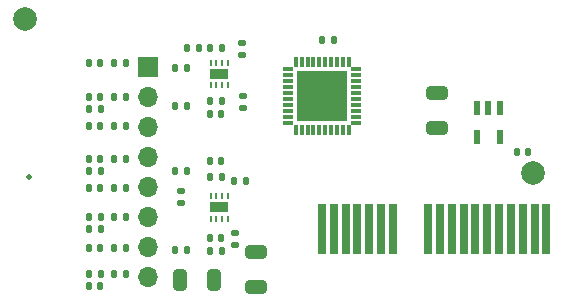
<source format=gbr>
%TF.GenerationSoftware,KiCad,Pcbnew,8.0.5*%
%TF.CreationDate,2024-11-08T07:47:22+00:00*%
%TF.ProjectId,ADE_Aux_V4,4144455f-4175-4785-9f56-342e6b696361,rev?*%
%TF.SameCoordinates,Original*%
%TF.FileFunction,Soldermask,Top*%
%TF.FilePolarity,Negative*%
%FSLAX46Y46*%
G04 Gerber Fmt 4.6, Leading zero omitted, Abs format (unit mm)*
G04 Created by KiCad (PCBNEW 8.0.5) date 2024-11-08 07:47:22*
%MOMM*%
%LPD*%
G01*
G04 APERTURE LIST*
G04 Aperture macros list*
%AMRoundRect*
0 Rectangle with rounded corners*
0 $1 Rounding radius*
0 $2 $3 $4 $5 $6 $7 $8 $9 X,Y pos of 4 corners*
0 Add a 4 corners polygon primitive as box body*
4,1,4,$2,$3,$4,$5,$6,$7,$8,$9,$2,$3,0*
0 Add four circle primitives for the rounded corners*
1,1,$1+$1,$2,$3*
1,1,$1+$1,$4,$5*
1,1,$1+$1,$6,$7*
1,1,$1+$1,$8,$9*
0 Add four rect primitives between the rounded corners*
20,1,$1+$1,$2,$3,$4,$5,0*
20,1,$1+$1,$4,$5,$6,$7,0*
20,1,$1+$1,$6,$7,$8,$9,0*
20,1,$1+$1,$8,$9,$2,$3,0*%
G04 Aperture macros list end*
%ADD10C,0.500000*%
%ADD11RoundRect,0.135000X-0.135000X-0.185000X0.135000X-0.185000X0.135000X0.185000X-0.135000X0.185000X0*%
%ADD12RoundRect,0.140000X0.170000X-0.140000X0.170000X0.140000X-0.170000X0.140000X-0.170000X-0.140000X0*%
%ADD13RoundRect,0.135000X0.135000X0.185000X-0.135000X0.185000X-0.135000X-0.185000X0.135000X-0.185000X0*%
%ADD14RoundRect,0.140000X0.140000X0.170000X-0.140000X0.170000X-0.140000X-0.170000X0.140000X-0.170000X0*%
%ADD15RoundRect,0.140000X-0.140000X-0.170000X0.140000X-0.170000X0.140000X0.170000X-0.140000X0.170000X0*%
%ADD16C,2.000000*%
%ADD17RoundRect,0.250000X0.650000X-0.325000X0.650000X0.325000X-0.650000X0.325000X-0.650000X-0.325000X0*%
%ADD18RoundRect,0.135000X0.185000X-0.135000X0.185000X0.135000X-0.185000X0.135000X-0.185000X-0.135000X0*%
%ADD19RoundRect,0.135000X-0.185000X0.135000X-0.185000X-0.135000X0.185000X-0.135000X0.185000X0.135000X0*%
%ADD20RoundRect,0.250000X-0.650000X0.325000X-0.650000X-0.325000X0.650000X-0.325000X0.650000X0.325000X0*%
%ADD21R,0.250000X0.500000*%
%ADD22R,1.600000X0.900000*%
%ADD23R,0.304800X0.812800*%
%ADD24R,0.812800X0.304800*%
%ADD25R,4.241800X4.241800*%
%ADD26RoundRect,0.250000X0.325000X0.650000X-0.325000X0.650000X-0.325000X-0.650000X0.325000X-0.650000X0*%
%ADD27R,0.600000X1.200000*%
%ADD28R,1.700000X1.700000*%
%ADD29O,1.700000X1.700000*%
%ADD30R,0.700000X4.300000*%
G04 APERTURE END LIST*
D10*
%TO.C,TP1*%
X-16789400Y27406600D03*
%TD*%
D11*
%TO.C,R25*%
X-1510000Y27390000D03*
X-490000Y27390000D03*
%TD*%
D12*
%TO.C,C2*%
X-3937000Y25224800D03*
X-3937000Y26184800D03*
%TD*%
D13*
%TO.C,R18*%
X-3390000Y27880000D03*
X-4410000Y27880000D03*
%TD*%
D11*
%TO.C,R5*%
X-9600000Y19200000D03*
X-8580000Y19200000D03*
%TD*%
D14*
%TO.C,C11*%
X-10780000Y37080000D03*
X-11740000Y37080000D03*
%TD*%
D15*
%TO.C,C13*%
X-1500000Y28710000D03*
X-540000Y28710000D03*
%TD*%
D14*
%TO.C,C3*%
X-10780000Y21410000D03*
X-11740000Y21410000D03*
%TD*%
D16*
%TO.C,FID1*%
X25908000Y27762200D03*
%TD*%
D13*
%TO.C,R9*%
X-3440000Y33440000D03*
X-4460000Y33440000D03*
%TD*%
D17*
%TO.C,C26*%
X2410000Y18075000D03*
X2410000Y21025000D03*
%TD*%
D18*
%TO.C,R20*%
X1250000Y37730000D03*
X1250000Y38750000D03*
%TD*%
D14*
%TO.C,C7*%
X-10770000Y26480000D03*
X-11730000Y26480000D03*
%TD*%
D13*
%TO.C,R6*%
X-3430000Y21180000D03*
X-4450000Y21180000D03*
%TD*%
D19*
%TO.C,R8*%
X1280000Y34240000D03*
X1280000Y33220000D03*
%TD*%
D14*
%TO.C,C4*%
X-10780000Y18150000D03*
X-11740000Y18150000D03*
%TD*%
D16*
%TO.C,FID4*%
X-17119600Y40767000D03*
%TD*%
D11*
%TO.C,R26*%
X-1510000Y38280000D03*
X-490000Y38280000D03*
%TD*%
D14*
%TO.C,C16*%
X-2440000Y38310000D03*
X-3400000Y38310000D03*
%TD*%
D11*
%TO.C,R4*%
X-9600000Y21400000D03*
X-8580000Y21400000D03*
%TD*%
D14*
%TO.C,C12*%
X-10780000Y34170000D03*
X-11740000Y34170000D03*
%TD*%
D11*
%TO.C,R11*%
X-9600000Y23980000D03*
X-8580000Y23980000D03*
%TD*%
%TO.C,R24*%
X-1510000Y33820000D03*
X-490000Y33820000D03*
%TD*%
%TO.C,R14*%
X-9600000Y37070000D03*
X-8580000Y37070000D03*
%TD*%
%TO.C,R23*%
X-1510000Y21090000D03*
X-490000Y21090000D03*
%TD*%
D20*
%TO.C,C18*%
X17703800Y34495000D03*
X17703800Y31545000D03*
%TD*%
D11*
%TO.C,R10*%
X-9600000Y26500000D03*
X-8580000Y26500000D03*
%TD*%
%TO.C,R15*%
X-9600000Y34160000D03*
X-8580000Y34160000D03*
%TD*%
D13*
%TO.C,R21*%
X-10730000Y33160000D03*
X-11750000Y33160000D03*
%TD*%
D15*
%TO.C,C6*%
X-1500000Y32750000D03*
X-540000Y32750000D03*
%TD*%
D13*
%TO.C,R17*%
X-10720000Y22960000D03*
X-11740000Y22960000D03*
%TD*%
%TO.C,R7*%
X-10730000Y19200000D03*
X-11750000Y19200000D03*
%TD*%
D21*
%TO.C,U3*%
X-1430000Y35150000D03*
X-930000Y35150000D03*
X-430000Y35150000D03*
X70000Y35150000D03*
X70000Y37050000D03*
X-430000Y37050000D03*
X-930000Y37050000D03*
X-1430000Y37050000D03*
D22*
X-680000Y36100000D03*
%TD*%
D14*
%TO.C,C9*%
X-10780000Y31700000D03*
X-11740000Y31700000D03*
%TD*%
%TO.C,C10*%
X-10780000Y28940000D03*
X-11740000Y28940000D03*
%TD*%
D11*
%TO.C,R16*%
X570000Y27050000D03*
X1590000Y27050000D03*
%TD*%
D23*
%TO.C,U2*%
X10287000Y37160200D03*
X9779000Y37160200D03*
X9271000Y37160200D03*
X8788400Y37160200D03*
X8280400Y37160200D03*
X7772400Y37160200D03*
X7264400Y37160200D03*
X6781800Y37160200D03*
X6273800Y37160200D03*
X5765800Y37160200D03*
D24*
X5130800Y36525200D03*
X5130800Y36017200D03*
X5130800Y35509200D03*
X5130800Y35026600D03*
X5130800Y34518600D03*
X5130800Y34010600D03*
X5130800Y33502600D03*
X5130800Y33020000D03*
X5130800Y32512000D03*
X5130800Y32004000D03*
D23*
X5765800Y31369000D03*
X6273800Y31369000D03*
X6781800Y31369000D03*
X7264400Y31369000D03*
X7772400Y31369000D03*
X8280400Y31369000D03*
X8788400Y31369000D03*
X9271000Y31369000D03*
X9779000Y31369000D03*
X10287000Y31369000D03*
D24*
X10922000Y32004000D03*
X10922000Y32512000D03*
X10922000Y33020000D03*
X10922000Y33502600D03*
X10922000Y34010600D03*
X10922000Y34518600D03*
X10922000Y35026600D03*
X10922000Y35509200D03*
X10922000Y36017200D03*
X10922000Y36525200D03*
D25*
X8026400Y34264600D03*
%TD*%
D15*
%TO.C,C5*%
X-1500000Y22200000D03*
X-540000Y22200000D03*
%TD*%
D13*
%TO.C,R22*%
X-3440000Y36620000D03*
X-4460000Y36620000D03*
%TD*%
D11*
%TO.C,R12*%
X-9600000Y31690000D03*
X-8580000Y31690000D03*
%TD*%
D21*
%TO.C,U1*%
X-1430000Y23860000D03*
X-930000Y23860000D03*
X-430000Y23860000D03*
X70000Y23860000D03*
X70000Y25760000D03*
X-430000Y25760000D03*
X-930000Y25760000D03*
X-1430000Y25760000D03*
D22*
X-680000Y24810000D03*
%TD*%
D19*
%TO.C,R3*%
X650000Y22680000D03*
X650000Y21660000D03*
%TD*%
D13*
%TO.C,R19*%
X-10730000Y27900000D03*
X-11750000Y27900000D03*
%TD*%
%TO.C,R2*%
X8993600Y38963600D03*
X7973600Y38963600D03*
%TD*%
D14*
%TO.C,C31*%
X25448200Y29540200D03*
X24488200Y29540200D03*
%TD*%
D11*
%TO.C,R13*%
X-9600000Y28930000D03*
X-8580000Y28930000D03*
%TD*%
D26*
%TO.C,C25*%
X-1105000Y18670000D03*
X-4055000Y18670000D03*
%TD*%
D27*
%TO.C,U99*%
X23050000Y33240000D03*
X22100000Y33240000D03*
X21150000Y33240000D03*
X21150000Y30740000D03*
X23050000Y30740000D03*
%TD*%
D14*
%TO.C,C8*%
X-10730000Y24000000D03*
X-11690000Y24000000D03*
%TD*%
D28*
%TO.C,J15*%
X-6750200Y36692980D03*
D29*
X-6750200Y34152980D03*
X-6750200Y31612980D03*
X-6750200Y29072980D03*
X-6750200Y26532980D03*
X-6750200Y23992980D03*
X-6750200Y21452980D03*
X-6750200Y18912980D03*
%TD*%
D30*
%TO.C,J2*%
X27000000Y23000000D03*
X26000000Y23000000D03*
X25000000Y23000000D03*
X24000000Y23000000D03*
X23000000Y23000000D03*
X22000000Y23000000D03*
X21000000Y23000000D03*
X20000000Y23000000D03*
X19000000Y23000000D03*
X18000000Y23000000D03*
X17000000Y23000000D03*
X14000000Y23000000D03*
X13000000Y23000000D03*
X12000000Y23000000D03*
X11000000Y23000000D03*
X10000000Y23000000D03*
X9000000Y23000000D03*
X8000000Y23000000D03*
%TD*%
M02*

</source>
